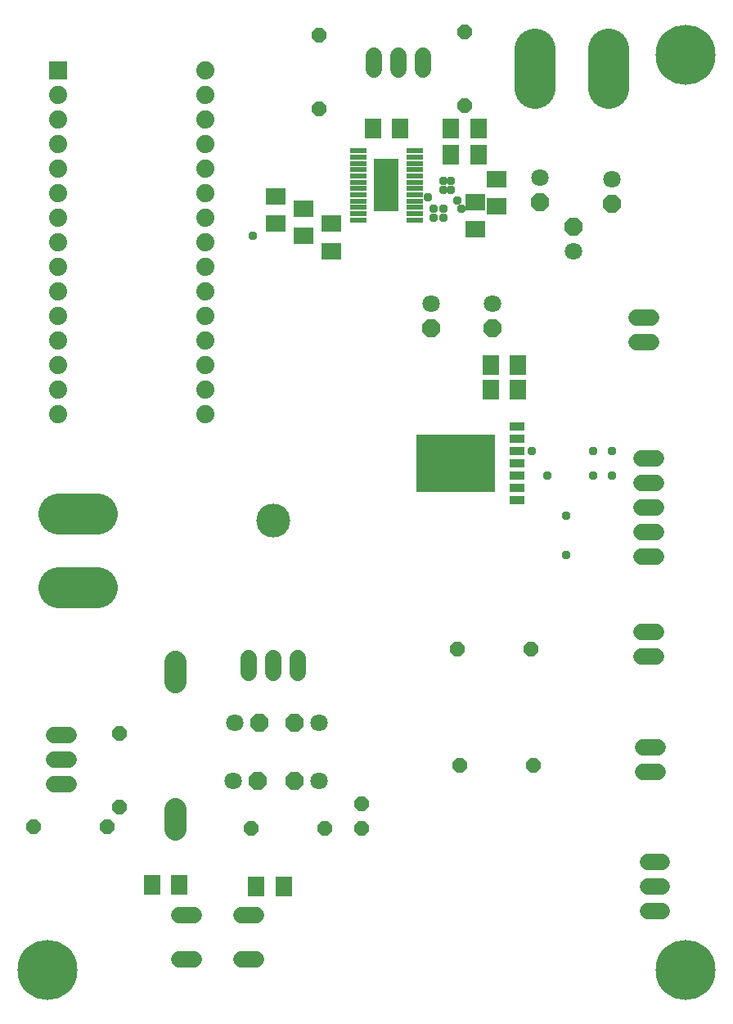
<source format=gbr>
G04 EAGLE Gerber RS-274X export*
G75*
%MOMM*%
%FSLAX34Y34*%
%LPD*%
%INSoldermask Top*%
%IPPOS*%
%AMOC8*
5,1,8,0,0,1.08239X$1,22.5*%
G01*
%ADD10R,1.803200X2.003200*%
%ADD11R,2.003200X1.803200*%
%ADD12P,1.951982X8X112.500000*%
%ADD13C,1.803400*%
%ADD14P,1.951982X8X292.500000*%
%ADD15R,2.006200X1.803200*%
%ADD16R,1.879600X1.879600*%
%ADD17C,1.879600*%
%ADD18R,1.676400X0.558800*%
%ADD19R,2.616200X5.486400*%
%ADD20R,8.203200X6.003200*%
%ADD21R,1.524000X0.914400*%
%ADD22C,1.727200*%
%ADD23R,1.803200X2.006200*%
%ADD24C,3.505200*%
%ADD25C,2.298700*%
%ADD26P,1.951982X8X22.500000*%
%ADD27P,1.951982X8X202.500000*%
%ADD28C,4.219200*%
%ADD29C,1.711200*%
%ADD30P,1.649562X8X22.500000*%
%ADD31P,1.649562X8X292.500000*%
%ADD32P,1.649562X8X112.500000*%
%ADD33P,1.649562X8X202.500000*%
%ADD34C,0.959600*%
%ADD35C,6.203200*%


D10*
X452725Y882650D03*
X480725Y882650D03*
X480725Y855663D03*
X452725Y855663D03*
X371763Y882650D03*
X399763Y882650D03*
D11*
X477838Y778163D03*
X477838Y806163D03*
X500063Y829975D03*
X500063Y801975D03*
D12*
X579438Y781050D03*
D13*
X579438Y755650D03*
D14*
X544513Y806450D03*
D13*
X544513Y831850D03*
D14*
X619125Y804863D03*
D13*
X619125Y830263D03*
D15*
X300038Y800033D03*
X300038Y771593D03*
X328613Y784158D03*
X328613Y755718D03*
X271463Y812733D03*
X271463Y784293D03*
D16*
X46038Y942975D03*
D17*
X46038Y917575D03*
X46038Y892175D03*
X46038Y866775D03*
X46038Y841375D03*
X46038Y815975D03*
X46038Y790575D03*
X46038Y765175D03*
X46038Y739775D03*
X46038Y714375D03*
X46038Y688975D03*
X46038Y663575D03*
X46038Y638175D03*
X46038Y612775D03*
X46038Y587375D03*
X198438Y942975D03*
X198438Y917575D03*
X198438Y892175D03*
X198438Y866775D03*
X198438Y841375D03*
X198438Y815975D03*
X198438Y790575D03*
X198438Y765175D03*
X198438Y739775D03*
X198438Y714375D03*
X198438Y688975D03*
X198438Y663575D03*
X198438Y638175D03*
X198438Y612775D03*
X198438Y587375D03*
D18*
X356553Y859663D03*
X356553Y853163D03*
X356553Y846663D03*
X356553Y840163D03*
X356553Y833663D03*
X356553Y827163D03*
X356553Y820663D03*
X356553Y814163D03*
X356553Y807663D03*
X356553Y801163D03*
X356553Y794663D03*
X356553Y788163D03*
X414973Y788163D03*
X414973Y794663D03*
X414973Y801163D03*
X414973Y807663D03*
X414973Y814163D03*
X414973Y820663D03*
X414973Y827162D03*
X414973Y833663D03*
X414973Y840162D03*
X414973Y846663D03*
X414973Y853162D03*
X414973Y859663D03*
D19*
X385763Y823913D03*
D20*
X457200Y536575D03*
D21*
X520700Y498475D03*
X520700Y511175D03*
X520700Y523875D03*
X520700Y536575D03*
X520700Y549275D03*
X520700Y561975D03*
X520700Y574675D03*
D22*
X251270Y23432D02*
X236030Y23432D01*
X236030Y68644D02*
X251270Y68644D01*
X186246Y23432D02*
X171006Y23432D01*
X171006Y68644D02*
X186246Y68644D01*
D23*
X171383Y100013D03*
X142943Y100013D03*
X279333Y98425D03*
X250893Y98425D03*
D10*
X522000Y638175D03*
X494000Y638175D03*
X522000Y612775D03*
X494000Y612775D03*
D14*
X495300Y676275D03*
D13*
X495300Y701675D03*
D14*
X431800Y676275D03*
D13*
X431800Y701675D03*
D22*
X242888Y334645D02*
X242888Y319405D01*
X268288Y319405D02*
X268288Y334645D01*
X293688Y334645D02*
X293688Y319405D01*
D24*
X268288Y476885D03*
D25*
X166688Y331153D02*
X166688Y310198D01*
X166688Y178753D02*
X166688Y157798D01*
D26*
X254000Y268288D03*
D13*
X228600Y268288D03*
D26*
X252413Y207963D03*
D13*
X227013Y207963D03*
D27*
X290513Y207963D03*
D13*
X315913Y207963D03*
D27*
X290513Y268288D03*
D13*
X315913Y268288D03*
D28*
X86755Y407988D02*
X46595Y407988D01*
X46595Y484188D02*
X86755Y484188D01*
X539750Y924483D02*
X539750Y964643D01*
X615950Y964643D02*
X615950Y924483D01*
D29*
X656035Y123825D02*
X671115Y123825D01*
X671115Y98425D02*
X656035Y98425D01*
X656035Y73025D02*
X671115Y73025D01*
X664765Y361950D02*
X649685Y361950D01*
X649685Y336550D02*
X664765Y336550D01*
X666353Y242888D02*
X651273Y242888D01*
X651273Y217488D02*
X666353Y217488D01*
X664765Y541338D02*
X649685Y541338D01*
X649685Y515938D02*
X664765Y515938D01*
X664765Y490538D02*
X649685Y490538D01*
X649685Y465138D02*
X664765Y465138D01*
X664765Y439738D02*
X649685Y439738D01*
X644923Y687388D02*
X660003Y687388D01*
X660003Y661988D02*
X644923Y661988D01*
D30*
X458788Y344488D03*
X534988Y344488D03*
X461963Y223838D03*
X538163Y223838D03*
D31*
X360363Y184150D03*
X360363Y158750D03*
D30*
X246063Y158750D03*
X322263Y158750D03*
D29*
X373063Y943373D02*
X373063Y958453D01*
X398463Y958453D02*
X398463Y943373D01*
X423863Y943373D02*
X423863Y958453D01*
D32*
X315913Y903288D03*
X315913Y979488D03*
D31*
X466725Y982663D03*
X466725Y906463D03*
D29*
X56753Y204788D02*
X41673Y204788D01*
X41673Y230188D02*
X56753Y230188D01*
X56753Y255588D02*
X41673Y255588D01*
D33*
X96838Y160338D03*
X20638Y160338D03*
D31*
X109538Y257175D03*
X109538Y180975D03*
D34*
X600075Y549275D03*
X619125Y549275D03*
X619125Y523875D03*
X600075Y523875D03*
D35*
X695325Y958850D03*
X695325Y12700D03*
X34925Y12700D03*
D34*
X247650Y771525D03*
X536575Y549275D03*
X552450Y523875D03*
X444500Y828675D03*
X452438Y828675D03*
X444500Y819150D03*
X452438Y819150D03*
X434975Y800100D03*
X444500Y800100D03*
X434975Y790575D03*
X444500Y790575D03*
X428625Y811213D03*
X458788Y808038D03*
X463550Y800100D03*
X571500Y482600D03*
X571500Y441325D03*
M02*

</source>
